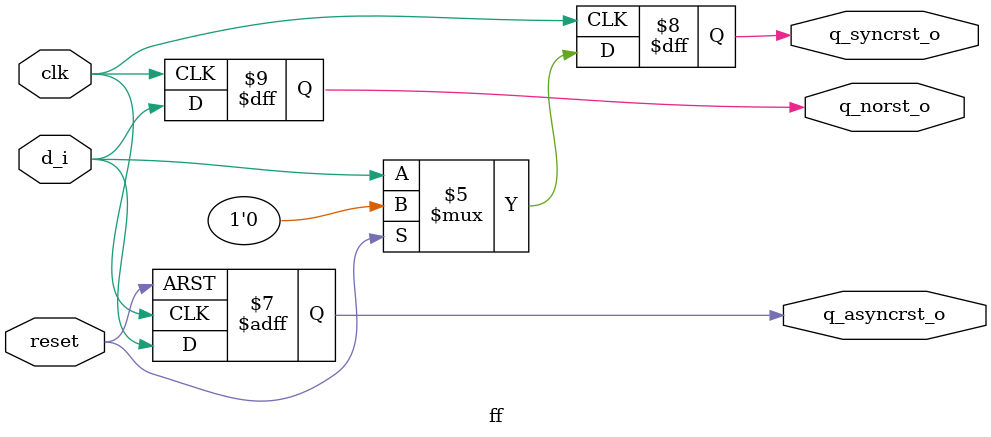
<source format=sv>
module ff
  (
   input logic  clk,
   input logic  reset,

   input logic  d_i,

   output logic q_norst_o,
   output logic q_syncrst_o,
   output logic q_asyncrst_o
   );

always_ff @ (posedge clk) begin
  q_norst_o <= d_i;
end

always_ff @ (posedge clk) begin
  if (reset) begin
    q_syncrst_o <= 1'b0;
  end else begin
    q_syncrst_o <= d_i;
  end
end

always_ff @ (posedge clk, posedge reset) begin
  if (reset) begin
    q_asyncrst_o <= 1'b0;
  end else begin
    q_asyncrst_o <= d_i;
  end
end

endmodule // ff

</source>
